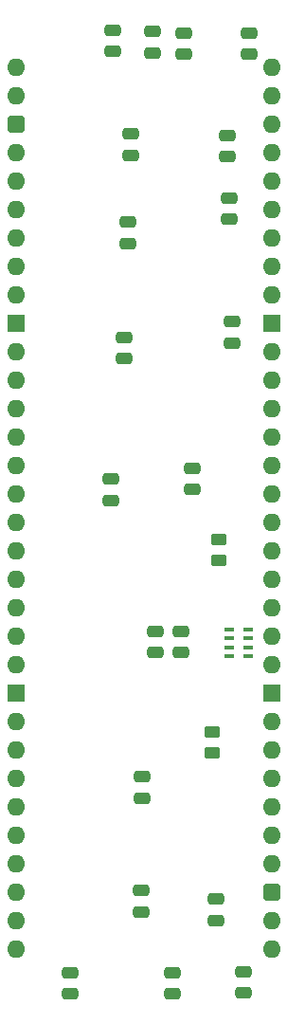
<source format=gbr>
%TF.GenerationSoftware,KiCad,Pcbnew,7.0.5*%
%TF.CreationDate,2024-01-10T18:14:25+02:00*%
%TF.ProjectId,W65C816 Breakout,57363543-3831-4362-9042-7265616b6f75,rev?*%
%TF.SameCoordinates,Original*%
%TF.FileFunction,Soldermask,Bot*%
%TF.FilePolarity,Negative*%
%FSLAX46Y46*%
G04 Gerber Fmt 4.6, Leading zero omitted, Abs format (unit mm)*
G04 Created by KiCad (PCBNEW 7.0.5) date 2024-01-10 18:14:25*
%MOMM*%
%LPD*%
G01*
G04 APERTURE LIST*
G04 Aperture macros list*
%AMRoundRect*
0 Rectangle with rounded corners*
0 $1 Rounding radius*
0 $2 $3 $4 $5 $6 $7 $8 $9 X,Y pos of 4 corners*
0 Add a 4 corners polygon primitive as box body*
4,1,4,$2,$3,$4,$5,$6,$7,$8,$9,$2,$3,0*
0 Add four circle primitives for the rounded corners*
1,1,$1+$1,$2,$3*
1,1,$1+$1,$4,$5*
1,1,$1+$1,$6,$7*
1,1,$1+$1,$8,$9*
0 Add four rect primitives between the rounded corners*
20,1,$1+$1,$2,$3,$4,$5,0*
20,1,$1+$1,$4,$5,$6,$7,0*
20,1,$1+$1,$6,$7,$8,$9,0*
20,1,$1+$1,$8,$9,$2,$3,0*%
G04 Aperture macros list end*
%ADD10O,1.600000X1.600000*%
%ADD11RoundRect,0.400000X-0.400000X-0.400000X0.400000X-0.400000X0.400000X0.400000X-0.400000X0.400000X0*%
%ADD12R,1.600000X1.600000*%
%ADD13RoundRect,0.250000X-0.475000X0.250000X-0.475000X-0.250000X0.475000X-0.250000X0.475000X0.250000X0*%
%ADD14RoundRect,0.250000X0.475000X-0.250000X0.475000X0.250000X-0.475000X0.250000X-0.475000X-0.250000X0*%
%ADD15R,0.900000X0.450000*%
%ADD16RoundRect,0.250000X-0.450000X0.262500X-0.450000X-0.262500X0.450000X-0.262500X0.450000X0.262500X0*%
%ADD17RoundRect,0.250000X0.450000X-0.262500X0.450000X0.262500X-0.450000X0.262500X-0.450000X-0.262500X0*%
G04 APERTURE END LIST*
D10*
%TO.C,J7*%
X86360000Y-71120000D03*
X86360000Y-73660000D03*
D11*
X86360000Y-76200000D03*
D10*
X86360000Y-78740000D03*
X86360000Y-81280000D03*
X86360000Y-83820000D03*
X86360000Y-86360000D03*
X86360000Y-88900000D03*
X86360000Y-91440000D03*
D12*
X86360000Y-93980000D03*
D10*
X86360000Y-96520000D03*
X86360000Y-99060000D03*
X86360000Y-101600000D03*
X86360000Y-104140000D03*
X86360000Y-106680000D03*
X86360000Y-109220000D03*
X86360000Y-111760000D03*
X86360000Y-114300000D03*
X86360000Y-116840000D03*
X86360000Y-119380000D03*
X86360000Y-121920000D03*
X86360000Y-124460000D03*
D12*
X86360000Y-127000000D03*
D10*
X86360000Y-129540000D03*
X86360000Y-132080000D03*
X86360000Y-134620000D03*
X86360000Y-137160000D03*
X86360000Y-139700000D03*
X86360000Y-142240000D03*
X86360000Y-144780000D03*
X86360000Y-147320000D03*
X86360000Y-149860000D03*
X109220000Y-149860000D03*
X109220000Y-147320000D03*
D11*
X109220000Y-144780000D03*
D10*
X109220000Y-142240000D03*
X109220000Y-139700000D03*
X109220000Y-137160000D03*
X109220000Y-134620000D03*
X109220000Y-132080000D03*
X109220000Y-129540000D03*
D12*
X109220000Y-127000000D03*
D10*
X109220000Y-124460000D03*
X109220000Y-121920000D03*
X109220000Y-119380000D03*
X109220000Y-116840000D03*
X109220000Y-114300000D03*
X109220000Y-111760000D03*
X109220000Y-109220000D03*
X109220000Y-106680000D03*
X109220000Y-104140000D03*
X109220000Y-101600000D03*
X109220000Y-99060000D03*
X109220000Y-96520000D03*
D12*
X109220000Y-93980000D03*
D10*
X109220000Y-91440000D03*
X109220000Y-88900000D03*
X109220000Y-86360000D03*
X109220000Y-83820000D03*
X109220000Y-81280000D03*
X109220000Y-78740000D03*
X109220000Y-76200000D03*
X109220000Y-73660000D03*
X109220000Y-71120000D03*
%TD*%
D13*
%TO.C,C19*%
X107188000Y-68027000D03*
X107188000Y-69927000D03*
%TD*%
%TO.C,C18*%
X105410000Y-82759000D03*
X105410000Y-84659000D03*
%TD*%
D14*
%TO.C,C4*%
X94869000Y-109773000D03*
X94869000Y-107873000D03*
%TD*%
D13*
%TO.C,C6*%
X105664000Y-93808000D03*
X105664000Y-95708000D03*
%TD*%
%TO.C,C41*%
X98552000Y-67900000D03*
X98552000Y-69800000D03*
%TD*%
%TO.C,C2*%
X102108000Y-106889000D03*
X102108000Y-108789000D03*
%TD*%
%TO.C,C3*%
X96393000Y-84918000D03*
X96393000Y-86818000D03*
%TD*%
D14*
%TO.C,C13*%
X106680000Y-153740400D03*
X106680000Y-151840400D03*
%TD*%
D13*
%TO.C,C10*%
X104267000Y-145370000D03*
X104267000Y-147270000D03*
%TD*%
%TO.C,C11*%
X105283000Y-77171000D03*
X105283000Y-79071000D03*
%TD*%
%TO.C,C17*%
X97663000Y-134448000D03*
X97663000Y-136348000D03*
%TD*%
D14*
%TO.C,C16*%
X98806000Y-123362000D03*
X98806000Y-121462000D03*
%TD*%
D13*
%TO.C,C9*%
X97536000Y-144608000D03*
X97536000Y-146508000D03*
%TD*%
D15*
%TO.C,RN4*%
X105419600Y-123678800D03*
X105419600Y-122878800D03*
X105419600Y-122078800D03*
X105419600Y-121278800D03*
X107119600Y-121278800D03*
X107119600Y-122078800D03*
X107119600Y-122878800D03*
X107119600Y-123678800D03*
%TD*%
D13*
%TO.C,C15*%
X94996000Y-67773000D03*
X94996000Y-69673000D03*
%TD*%
D16*
%TO.C,R2*%
X103876000Y-130456300D03*
X103876000Y-132281300D03*
%TD*%
D14*
%TO.C,C7*%
X100330000Y-153842000D03*
X100330000Y-151942000D03*
%TD*%
D13*
%TO.C,C14*%
X96012000Y-95205000D03*
X96012000Y-97105000D03*
%TD*%
%TO.C,C42*%
X101346000Y-68027000D03*
X101346000Y-69927000D03*
%TD*%
D17*
%TO.C,R1*%
X104531000Y-115085500D03*
X104531000Y-113260500D03*
%TD*%
D14*
%TO.C,C1*%
X91186000Y-153842000D03*
X91186000Y-151942000D03*
%TD*%
D13*
%TO.C,C12*%
X96647000Y-77044000D03*
X96647000Y-78944000D03*
%TD*%
D14*
%TO.C,C5*%
X101092000Y-123362000D03*
X101092000Y-121462000D03*
%TD*%
M02*

</source>
